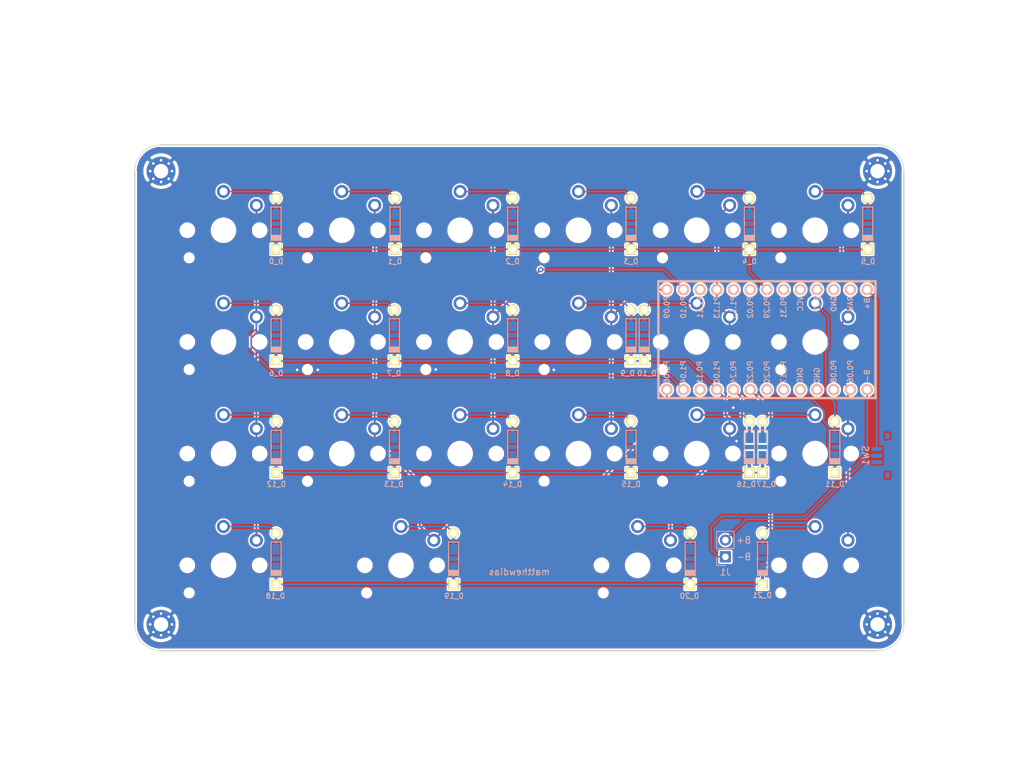
<source format=kicad_pcb>
(kicad_pcb (version 20171130) (host pcbnew "(5.1.4)-1")
  (layers (0 F.Cu signal) (31 B.Cu signal) (34 B.Paste user) (35 F.Paste user) (36 B.SilkS user) (37 F.SilkS user) (38 B.Mask user) (39 F.Mask user) (44 Edge.Cuts user))
  (net 0 "")
  (net 1 col0)
  (net 2 col1)
  (net 3 col2)
  (net 4 col3)
  (net 5 col4)
  (net 6 col5)
  (net 7 row0)
  (net 8 row1)
  (net 9 row2)
  (net 10 row3)
  (net 11 "Net-(D_0-Pad2)")
  (net 12 "Net-(D_1-Pad2)")
  (net 13 "Net-(D_2-Pad2)")
  (net 14 "Net-(D_3-Pad2)")
  (net 15 "Net-(D_4-Pad2)")
  (net 16 "Net-(D_5-Pad2)")
  (net 17 "Net-(D_6-Pad2)")
  (net 18 "Net-(D_7-Pad2)")
  (net 19 "Net-(D_8-Pad2)")
  (net 20 "Net-(D_9-Pad2)")
  (net 21 "Net-(D_10-Pad2)")
  (net 22 "Net-(D_11-Pad2)")
  (net 23 "Net-(D_12-Pad2)")
  (net 24 "Net-(D_13-Pad2)")
  (net 25 "Net-(D_14-Pad2)")
  (net 26 "Net-(D_15-Pad2)")
  (net 27 "Net-(D_16-Pad2)")
  (net 28 "Net-(D_17-Pad2)")
  (net 29 "Net-(D_18-Pad2)")
  (net 30 "Net-(D_19-Pad2)")
  (net 31 "Net-(D_20-Pad2)")
  (net 32 "Net-(D_21-Pad2)")
  (net 33 "Net-(U1-Pad24)")
  (net 34 "Net-(U1-Pad23)")
  (net 35 "Net-(U1-Pad22)")
  (net 36 "Net-(U1-Pad21)")
  (net 37 "Net-(U1-Pad20)")
  (net 38 "Net-(U1-Pad18)")
  (net 39 "Net-(U1-Pad17)")
  (net 40 "Net-(U1-Pad10)")
  (net 41 "Net-(U1-Pad6)")
  (net 42 "Net-(U1-Pad5)")
  (net 43 "Net-(U1-Pad4)")
  (net 44 "Net-(U1-Pad3)")
  (net 45 "Net-(U1-Pad15)")
  (net 46 "Net-(U1-Pad2)")
  (net 47 Earth)
  (net 48 "Net-(SW1-Pad3)")
  (net 49 "Net-(SW1-Pad1)")
  (net 50 "Net-(J1-Pad2)")
  (net 51 B-)
  (module Project-Parts:nicenano (layer B.Cu) (at 281.4 170.65 180)
    (fp_text reference U1 hide)
    (fp_text value nice!nano hide)
    (fp_text user B+ (at -16.51 5.461 90) (layer B.SilkS) (effects (font (size 0.8 0.8)) (justify mirror)))
    (fp_text user P0.06 (at -13.97 -4.841872 90) (layer B.SilkS) (effects (font (size 0.8 0.8)) (justify mirror)))
    (fp_text user P0.08 (at -11.43 -4.826 90) (layer B.SilkS) (effects (font (size 0.8 0.8)) (justify mirror)))
    (fp_text user P0.20 (at -1.27 -4.953 90) (layer B.SilkS) (effects (font (size 0.8 0.8)) (justify mirror)))
    (fp_text user P0.17 (at -3.81 -4.953 90) (layer B.SilkS) (effects (font (size 0.8 0.8)) (justify mirror)))
    (fp_text user GND (at -11.43 5.461 90) (layer B.SilkS) (effects (font (size 0.8 0.8)) (justify mirror)))
    (fp_text user GND (at -8.89 -5.461 90) (layer B.SilkS) (effects (font (size 0.8 0.8)) (justify mirror)))
    (fp_text user P0.22 (at 1.27 -4.953 90) (layer B.SilkS) (effects (font (size 0.8 0.8)) (justify mirror)))
    (fp_text user P0.24 (at 3.81 -4.953 90) (layer B.SilkS) (effects (font (size 0.8 0.8)) (justify mirror)))
    (fp_text user P1.00 (at 6.35 -4.953 90) (layer B.SilkS) (effects (font (size 0.8 0.8)) (justify mirror)))
    (fp_text user P0.11 (at 8.93 -5 270) (layer B.SilkS) (effects (font (size 0.8 0.8)) (justify mirror)))
    (fp_text user P1.04 (at 11.43 -4.953 90) (layer B.SilkS) (effects (font (size 0.8 0.8)) (justify mirror)))
    (fp_text user P1.06 (at 13.97 -4.953 90) (layer B.SilkS) (effects (font (size 0.8 0.8)) (justify mirror)))
    (fp_text user P0.09 (at 13.97 4.953 90) (layer B.SilkS) (effects (font (size 0.8 0.8)) (justify mirror)))
    (fp_text user P1.11 (at 8.89 4.953 90) (layer B.SilkS) (effects (font (size 0.8 0.8)) (justify mirror)))
    (fp_text user P1.13 (at 6.35 4.953 90) (layer B.SilkS) (effects (font (size 0.8 0.8)) (justify mirror)))
    (fp_text user P0.31 (at -3.81 4.953 90) (layer B.SilkS) (effects (font (size 0.8 0.8)) (justify mirror)))
    (fp_text user VCC (at -6.35 5.461 90) (layer B.SilkS) (effects (font (size 0.8 0.8)) (justify mirror)))
    (fp_text user RST (at -8.92 5.461 90) (layer B.SilkS) (effects (font (size 0.8 0.8)) (justify mirror)))
    (fp_text user GND (at -11.43 5.461 90) (layer B.SilkS) (effects (font (size 0.8 0.8)) (justify mirror)))
    (fp_text user RAW (at -13.97 5.461 90) (layer B.SilkS) (effects (font (size 0.8 0.8)) (justify mirror)))
    (fp_text user P0.29 (at -1.27 4.953 90) (layer B.SilkS) (effects (font (size 0.8 0.8)) (justify mirror)))
    (fp_text user P0.02 (at 1.27 4.953 90) (layer B.SilkS) (effects (font (size 0.8 0.8)) (justify mirror)))
    (fp_text user P1.15 (at 3.81 4.953 90) (layer B.SilkS) (effects (font (size 0.8 0.8)) (justify mirror)))
    (fp_text user P0.10 (at 11.43 4.953 90) (layer B.SilkS) (effects (font (size 0.8 0.8)) (justify mirror)))
    (fp_text user B- (at -16.51 -5.461 90) (layer B.SilkS) (effects (font (size 0.8 0.8)) (justify mirror)))
    (fp_text user GND (at -6.31 -5.431 90) (layer B.SilkS) (effects (font (size 0.8 0.8)) (justify mirror)))
    (pad 26 thru_hole circle (at -16.51 -7.62 180) (size 1.7526 1.7526) (drill 1.0922) (layers *.Cu *.SilkS *.Mask) (net 51 B-))
    (pad 25 thru_hole circle (at -16.51 7.62 180) (size 1.7526 1.7526) (drill 1.0922) (layers *.Cu *.SilkS *.Mask) (net 49 "Net-(SW1-Pad1)"))
    (pad 24 thru_hole circle (at -13.97 7.62 180) (size 1.7526 1.7526) (drill 1.0922) (layers *.Cu *.SilkS *.Mask) (net 33 "Net-(U1-Pad24)"))
    (pad 12 thru_hole circle (at 13.97 -7.62 180) (size 1.7526 1.7526) (drill 1.0922) (layers *.Cu *.SilkS *.Mask) (net 2 col1))
    (pad 23 thru_hole circle (at -11.43 7.62 180) (size 1.7526 1.7526) (drill 1.0922) (layers *.Cu *.SilkS *.Mask) (net 34 "Net-(U1-Pad23)"))
    (pad 22 thru_hole circle (at -8.89 7.62 180) (size 1.7526 1.7526) (drill 1.0922) (layers *.Cu *.SilkS *.Mask) (net 35 "Net-(U1-Pad22)"))
    (pad 21 thru_hole circle (at -6.35 7.62 180) (size 1.7526 1.7526) (drill 1.0922) (layers *.Cu *.SilkS *.Mask) (net 36 "Net-(U1-Pad21)"))
    (pad 20 thru_hole circle (at -3.81 7.62 180) (size 1.7526 1.7526) (drill 1.0922) (layers *.Cu *.SilkS *.Mask) (net 37 "Net-(U1-Pad20)"))
    (pad 19 thru_hole circle (at -1.27 7.62 180) (size 1.7526 1.7526) (drill 1.0922) (layers *.Cu *.SilkS *.Mask) (net 7 row0))
    (pad 18 thru_hole circle (at 1.27 7.62 180) (size 1.7526 1.7526) (drill 1.0922) (layers *.Cu *.SilkS *.Mask) (net 38 "Net-(U1-Pad18)"))
    (pad 17 thru_hole circle (at 3.81 7.62 180) (size 1.7526 1.7526) (drill 1.0922) (layers *.Cu *.SilkS *.Mask) (net 39 "Net-(U1-Pad17)"))
    (pad 16 thru_hole circle (at 6.35 7.62 180) (size 1.7526 1.7526) (drill 1.0922) (layers *.Cu *.SilkS *.Mask) (net 5 col4))
    (pad 15 thru_hole circle (at 8.89 7.62 180) (size 1.7526 1.7526) (drill 1.0922) (layers *.Cu *.SilkS *.Mask) (net 45 "Net-(U1-Pad15)"))
    (pad 14 thru_hole circle (at 11.43 7.62 180) (size 1.7526 1.7526) (drill 1.0922) (layers *.Cu *.SilkS *.Mask) (net 3 col2))
    (pad 13 thru_hole circle (at 13.97 7.62 180) (size 1.7526 1.7526) (drill 1.0922) (layers *.Cu *.SilkS *.Mask) (net 4 col3))
    (pad 11 thru_hole circle (at 11.43 -7.62 180) (size 1.7526 1.7526) (drill 1.0922) (layers *.Cu *.SilkS *.Mask) (net 1 col0))
    (pad 10 thru_hole circle (at 8.89 -7.62 180) (size 1.7526 1.7526) (drill 1.0922) (layers *.Cu *.SilkS *.Mask) (net 40 "Net-(U1-Pad10)"))
    (pad 9 thru_hole circle (at 6.35 -7.62 180) (size 1.7526 1.7526) (drill 1.0922) (layers *.Cu *.SilkS *.Mask) (net 8 row1))
    (pad 8 thru_hole circle (at 3.81 -7.62 180) (size 1.7526 1.7526) (drill 1.0922) (layers *.Cu *.SilkS *.Mask) (net 9 row2))
    (pad 7 thru_hole circle (at 1.27 -7.62 180) (size 1.7526 1.7526) (drill 1.0922) (layers *.Cu *.SilkS *.Mask) (net 10 row3))
    (pad 6 thru_hole circle (at -1.27 -7.62 180) (size 1.7526 1.7526) (drill 1.0922) (layers *.Cu *.SilkS *.Mask) (net 41 "Net-(U1-Pad6)"))
    (pad 5 thru_hole circle (at -3.81 -7.62 180) (size 1.7526 1.7526) (drill 1.0922) (layers *.Cu *.SilkS *.Mask) (net 42 "Net-(U1-Pad5)"))
    (pad 4 thru_hole circle (at -6.35 -7.62 180) (size 1.7526 1.7526) (drill 1.0922) (layers *.Cu *.SilkS *.Mask) (net 43 "Net-(U1-Pad4)"))
    (pad 3 thru_hole circle (at -8.89 -7.62 180) (size 1.7526 1.7526) (drill 1.0922) (layers *.Cu *.SilkS *.Mask) (net 44 "Net-(U1-Pad3)"))
    (pad 2 thru_hole circle (at -11.43 -7.62 180) (size 1.7526 1.7526) (drill 1.0922) (layers *.Cu *.SilkS *.Mask) (net 46 "Net-(U1-Pad2)"))
    (pad 1 thru_hole circle (at -13.97 -7.62 180) (size 1.7526 1.7526) (drill 1.0922) (layers *.Cu *.SilkS *.Mask) (net 6 col5))
  )
  (module Connector_PinHeader_2.54mm:PinHeader_1x02_P2.54mm_Vertical (layer B.Cu) (at 276.352 203.708)
    (fp_text reference J1 (at 0 2.33) (layer B.SilkS) (effects (justify mirror)))
    (fp_text value Conn_01x02)
    (pad 2 thru_hole oval (at 0 -2.54) (size 1.7 1.7) (drill 1) (layers *.Cu *.Mask) (net 50 "Net-(J1-Pad2)"))
    (pad 1 thru_hole rect (at 0 0) (size 1.7 1.7) (drill 1) (layers *.Cu *.Mask) (net 51 B-))
  )
  (module Project-Parts:SSAJ120100 (layer B.Cu) (at 301 188.3 270)
    (fp_text reference SW1 (at 0 3.31 90) (layer B.SilkS) (effects (justify mirror)))
    (fp_text value SW_SPDT)
    (pad 5 smd rect (at 3 0 270) (size 0.9 0.7) (layers B.Cu B.Paste B.Mask))
    (pad 4 smd rect (at -3 0 270) (size 0.9 0.7) (layers B.Cu B.Paste B.Mask))
    (pad 3 smd rect (at 1 1.61 270) (size 0.6 1.61) (layers B.Cu B.Paste B.Mask) (net 48 "Net-(SW1-Pad3)"))
    (pad 2 smd rect (at 0 1.61 270) (size 0.6 1.61) (layers B.Cu B.Paste B.Mask) (net 50 "Net-(J1-Pad2)"))
    (pad 1 smd rect (at -1 1.61 270) (size 0.6 1.61) (layers B.Cu B.Paste B.Mask) (net 49 "Net-(SW1-Pad1)"))
  )
  (module MountingHole:MountingHole_2.2mm_M2_Pad_Via (layer F.Cu) (at 190.5 145)
    (fp_text reference H4 hide)
    (fp_text value MountingHole_Pad)
    (pad 1 thru_hole circle (at 1.166726 -1.166726) (size 0.7 0.7) (drill 0.4) (layers *.Cu *.Mask) (net 47 Earth))
    (pad 1 thru_hole circle (at 0 -1.65) (size 0.7 0.7) (drill 0.4) (layers *.Cu *.Mask) (net 47 Earth))
    (pad 1 thru_hole circle (at -1.166726 -1.166726) (size 0.7 0.7) (drill 0.4) (layers *.Cu *.Mask) (net 47 Earth))
    (pad 1 thru_hole circle (at -1.65 0) (size 0.7 0.7) (drill 0.4) (layers *.Cu *.Mask) (net 47 Earth))
    (pad 1 thru_hole circle (at -1.166726 1.166726) (size 0.7 0.7) (drill 0.4) (layers *.Cu *.Mask) (net 47 Earth))
    (pad 1 thru_hole circle (at 0 1.65) (size 0.7 0.7) (drill 0.4) (layers *.Cu *.Mask) (net 47 Earth))
    (pad 1 thru_hole circle (at 1.166726 1.166726) (size 0.7 0.7) (drill 0.4) (layers *.Cu *.Mask) (net 47 Earth))
    (pad 1 thru_hole circle (at 1.65 0) (size 0.7 0.7) (drill 0.4) (layers *.Cu *.Mask) (net 47 Earth))
    (pad 1 thru_hole circle (at 0 0) (size 4.4 4.4) (drill 2.2) (layers *.Cu *.Mask) (net 47 Earth))
  )
  (module MountingHole:MountingHole_2.2mm_M2_Pad_Via (layer F.Cu) (at 190.5 214)
    (fp_text reference H3 hide)
    (fp_text value MountingHole_Pad)
    (pad 1 thru_hole circle (at 1.166726 -1.166726) (size 0.7 0.7) (drill 0.4) (layers *.Cu *.Mask) (net 47 Earth))
    (pad 1 thru_hole circle (at 0 -1.65) (size 0.7 0.7) (drill 0.4) (layers *.Cu *.Mask) (net 47 Earth))
    (pad 1 thru_hole circle (at -1.166726 -1.166726) (size 0.7 0.7) (drill 0.4) (layers *.Cu *.Mask) (net 47 Earth))
    (pad 1 thru_hole circle (at -1.65 0) (size 0.7 0.7) (drill 0.4) (layers *.Cu *.Mask) (net 47 Earth))
    (pad 1 thru_hole circle (at -1.166726 1.166726) (size 0.7 0.7) (drill 0.4) (layers *.Cu *.Mask) (net 47 Earth))
    (pad 1 thru_hole circle (at 0 1.65) (size 0.7 0.7) (drill 0.4) (layers *.Cu *.Mask) (net 47 Earth))
    (pad 1 thru_hole circle (at 1.166726 1.166726) (size 0.7 0.7) (drill 0.4) (layers *.Cu *.Mask) (net 47 Earth))
    (pad 1 thru_hole circle (at 1.65 0) (size 0.7 0.7) (drill 0.4) (layers *.Cu *.Mask) (net 47 Earth))
    (pad 1 thru_hole circle (at 0 0) (size 4.4 4.4) (drill 2.2) (layers *.Cu *.Mask) (net 47 Earth))
  )
  (module MountingHole:MountingHole_2.2mm_M2_Pad_Via (layer F.Cu) (at 299.5 214)
    (fp_text reference H2 hide)
    (fp_text value MountingHole_Pad)
    (pad 1 thru_hole circle (at 1.166726 -1.166726) (size 0.7 0.7) (drill 0.4) (layers *.Cu *.Mask) (net 47 Earth))
    (pad 1 thru_hole circle (at 0 -1.65) (size 0.7 0.7) (drill 0.4) (layers *.Cu *.Mask) (net 47 Earth))
    (pad 1 thru_hole circle (at -1.166726 -1.166726) (size 0.7 0.7) (drill 0.4) (layers *.Cu *.Mask) (net 47 Earth))
    (pad 1 thru_hole circle (at -1.65 0) (size 0.7 0.7) (drill 0.4) (layers *.Cu *.Mask) (net 47 Earth))
    (pad 1 thru_hole circle (at -1.166726 1.166726) (size 0.7 0.7) (drill 0.4) (layers *.Cu *.Mask) (net 47 Earth))
    (pad 1 thru_hole circle (at 0 1.65) (size 0.7 0.7) (drill 0.4) (layers *.Cu *.Mask) (net 47 Earth))
    (pad 1 thru_hole circle (at 1.166726 1.166726) (size 0.7 0.7) (drill 0.4) (layers *.Cu *.Mask) (net 47 Earth))
    (pad 1 thru_hole circle (at 1.65 0) (size 0.7 0.7) (drill 0.4) (layers *.Cu *.Mask) (net 47 Earth))
    (pad 1 thru_hole circle (at 0 0) (size 4.4 4.4) (drill 2.2) (layers *.Cu *.Mask) (net 47 Earth))
  )
  (module MountingHole:MountingHole_2.2mm_M2_Pad_Via (layer F.Cu) (at 299.5 145)
    (fp_text reference H1 hide)
    (fp_text value MountingHole_Pad)
    (pad 1 thru_hole circle (at 1.166726 -1.166726) (size 0.7 0.7) (drill 0.4) (layers *.Cu *.Mask) (net 47 Earth))
    (pad 1 thru_hole circle (at 0 -1.65) (size 0.7 0.7) (drill 0.4) (layers *.Cu *.Mask) (net 47 Earth))
    (pad 1 thru_hole circle (at -1.166726 -1.166726) (size 0.7 0.7) (drill 0.4) (layers *.Cu *.Mask) (net 47 Earth))
    (pad 1 thru_hole circle (at -1.65 0) (size 0.7 0.7) (drill 0.4) (layers *.Cu *.Mask) (net 47 Earth))
    (pad 1 thru_hole circle (at -1.166726 1.166726) (size 0.7 0.7) (drill 0.4) (layers *.Cu *.Mask) (net 47 Earth))
    (pad 1 thru_hole circle (at 0 1.65) (size 0.7 0.7) (drill 0.4) (layers *.Cu *.Mask) (net 47 Earth))
    (pad 1 thru_hole circle (at 1.166726 1.166726) (size 0.7 0.7) (drill 0.4) (layers *.Cu *.Mask) (net 47 Earth))
    (pad 1 thru_hole circle (at 1.65 0) (size 0.7 0.7) (drill 0.4) (layers *.Cu *.Mask) (net 47 Earth))
    (pad 1 thru_hole circle (at 0 0) (size 4.4 4.4) (drill 2.2) (layers *.Cu *.Mask) (net 47 Earth))
  )
  (module Kailh_Choc:KailhChoc-1U (layer F.Cu) (at 290 205)
    (fp_text reference K_21)
    (fp_text value KEYSW)
    (pad "" np_thru_hole circle (at -5.22 4.2) (size 1.2 1.2) (drill 1.2) (layers *.Cu *.Mask))
    (pad "" np_thru_hole circle (at 5.5 0 48.1) (size 1.9 1.9) (drill 1.9) (layers *.Cu *.Mask))
    (pad "" np_thru_hole circle (at -5.5 0 48.1) (size 1.9 1.9) (drill 1.9) (layers *.Cu *.Mask))
    (pad 1 thru_hole circle (at 5 -3.8) (size 2 2) (drill 1.2) (layers *.Cu B.Mask) (net 6 col5))
    (pad "" np_thru_hole circle (at 0 0) (size 3.4 3.4) (drill 3.4) (layers *.Cu *.Mask))
    (pad 2 thru_hole circle (at 0 -5.9) (size 2 2) (drill 1.2) (layers *.Cu B.Mask) (net 32 "Net-(D_21-Pad2)"))
  )
  (module Kailh_Choc:KailhChoc-1U (layer F.Cu) (at 263 205)
    (fp_text reference K_20)
    (fp_text value KEYSW)
    (pad "" np_thru_hole circle (at -5.22 4.2) (size 1.2 1.2) (drill 1.2) (layers *.Cu *.Mask))
    (pad "" np_thru_hole circle (at 5.5 0 48.1) (size 1.9 1.9) (drill 1.9) (layers *.Cu *.Mask))
    (pad "" np_thru_hole circle (at -5.5 0 48.1) (size 1.9 1.9) (drill 1.9) (layers *.Cu *.Mask))
    (pad 1 thru_hole circle (at 5 -3.8) (size 2 2) (drill 1.2) (layers *.Cu B.Mask) (net 5 col4))
    (pad "" np_thru_hole circle (at 0 0) (size 3.4 3.4) (drill 3.4) (layers *.Cu *.Mask))
    (pad 2 thru_hole circle (at 0 -5.9) (size 2 2) (drill 1.2) (layers *.Cu B.Mask) (net 31 "Net-(D_20-Pad2)"))
  )
  (module Kailh_Choc:KailhChoc-1U (layer F.Cu) (at 227 205)
    (fp_text reference K_19)
    (fp_text value KEYSW)
    (pad "" np_thru_hole circle (at -5.22 4.2) (size 1.2 1.2) (drill 1.2) (layers *.Cu *.Mask))
    (pad "" np_thru_hole circle (at 5.5 0 48.1) (size 1.9 1.9) (drill 1.9) (layers *.Cu *.Mask))
    (pad "" np_thru_hole circle (at -5.5 0 48.1) (size 1.9 1.9) (drill 1.9) (layers *.Cu *.Mask))
    (pad 1 thru_hole circle (at 5 -3.8) (size 2 2) (drill 1.2) (layers *.Cu B.Mask) (net 2 col1))
    (pad "" np_thru_hole circle (at 0 0) (size 3.4 3.4) (drill 3.4) (layers *.Cu *.Mask))
    (pad 2 thru_hole circle (at 0 -5.9) (size 2 2) (drill 1.2) (layers *.Cu B.Mask) (net 30 "Net-(D_19-Pad2)"))
  )
  (module Kailh_Choc:KailhChoc-1U (layer F.Cu) (at 200 205)
    (fp_text reference K_18)
    (fp_text value KEYSW)
    (pad "" np_thru_hole circle (at -5.22 4.2) (size 1.2 1.2) (drill 1.2) (layers *.Cu *.Mask))
    (pad "" np_thru_hole circle (at 5.5 0 48.1) (size 1.9 1.9) (drill 1.9) (layers *.Cu *.Mask))
    (pad "" np_thru_hole circle (at -5.5 0 48.1) (size 1.9 1.9) (drill 1.9) (layers *.Cu *.Mask))
    (pad 1 thru_hole circle (at 5 -3.8) (size 2 2) (drill 1.2) (layers *.Cu B.Mask) (net 1 col0))
    (pad "" np_thru_hole circle (at 0 0) (size 3.4 3.4) (drill 3.4) (layers *.Cu *.Mask))
    (pad 2 thru_hole circle (at 0 -5.9) (size 2 2) (drill 1.2) (layers *.Cu B.Mask) (net 29 "Net-(D_18-Pad2)"))
  )
  (module Kailh_Choc:KailhChoc-1U (layer F.Cu) (at 290 188)
    (fp_text reference K_17)
    (fp_text value KEYSW)
    (pad "" np_thru_hole circle (at -5.22 4.2) (size 1.2 1.2) (drill 1.2) (layers *.Cu *.Mask))
    (pad "" np_thru_hole circle (at 5.5 0 48.1) (size 1.9 1.9) (drill 1.9) (layers *.Cu *.Mask))
    (pad "" np_thru_hole circle (at -5.5 0 48.1) (size 1.9 1.9) (drill 1.9) (layers *.Cu *.Mask))
    (pad 1 thru_hole circle (at 5 -3.8) (size 2 2) (drill 1.2) (layers *.Cu B.Mask) (net 6 col5))
    (pad "" np_thru_hole circle (at 0 0) (size 3.4 3.4) (drill 3.4) (layers *.Cu *.Mask))
    (pad 2 thru_hole circle (at 0 -5.9) (size 2 2) (drill 1.2) (layers *.Cu B.Mask) (net 28 "Net-(D_17-Pad2)"))
  )
  (module Kailh_Choc:KailhChoc-1U (layer F.Cu) (at 272 188)
    (fp_text reference K_16)
    (fp_text value KEYSW)
    (pad "" np_thru_hole circle (at -5.22 4.2) (size 1.2 1.2) (drill 1.2) (layers *.Cu *.Mask))
    (pad "" np_thru_hole circle (at 5.5 0 48.1) (size 1.9 1.9) (drill 1.9) (layers *.Cu *.Mask))
    (pad "" np_thru_hole circle (at -5.5 0 48.1) (size 1.9 1.9) (drill 1.9) (layers *.Cu *.Mask))
    (pad 1 thru_hole circle (at 5 -3.8) (size 2 2) (drill 1.2) (layers *.Cu B.Mask) (net 5 col4))
    (pad "" np_thru_hole circle (at 0 0) (size 3.4 3.4) (drill 3.4) (layers *.Cu *.Mask))
    (pad 2 thru_hole circle (at 0 -5.9) (size 2 2) (drill 1.2) (layers *.Cu B.Mask) (net 27 "Net-(D_16-Pad2)"))
  )
  (module Kailh_Choc:KailhChoc-1U (layer F.Cu) (at 254 188)
    (fp_text reference K_15)
    (fp_text value KEYSW)
    (pad "" np_thru_hole circle (at -5.22 4.2) (size 1.2 1.2) (drill 1.2) (layers *.Cu *.Mask))
    (pad "" np_thru_hole circle (at 5.5 0 48.1) (size 1.9 1.9) (drill 1.9) (layers *.Cu *.Mask))
    (pad "" np_thru_hole circle (at -5.5 0 48.1) (size 1.9 1.9) (drill 1.9) (layers *.Cu *.Mask))
    (pad 1 thru_hole circle (at 5 -3.8) (size 2 2) (drill 1.2) (layers *.Cu B.Mask) (net 4 col3))
    (pad "" np_thru_hole circle (at 0 0) (size 3.4 3.4) (drill 3.4) (layers *.Cu *.Mask))
    (pad 2 thru_hole circle (at 0 -5.9) (size 2 2) (drill 1.2) (layers *.Cu B.Mask) (net 26 "Net-(D_15-Pad2)"))
  )
  (module Kailh_Choc:KailhChoc-1U (layer F.Cu) (at 236 188)
    (fp_text reference K_14)
    (fp_text value KEYSW)
    (pad "" np_thru_hole circle (at -5.22 4.2) (size 1.2 1.2) (drill 1.2) (layers *.Cu *.Mask))
    (pad "" np_thru_hole circle (at 5.5 0 48.1) (size 1.9 1.9) (drill 1.9) (layers *.Cu *.Mask))
    (pad "" np_thru_hole circle (at -5.5 0 48.1) (size 1.9 1.9) (drill 1.9) (layers *.Cu *.Mask))
    (pad 1 thru_hole circle (at 5 -3.8) (size 2 2) (drill 1.2) (layers *.Cu B.Mask) (net 3 col2))
    (pad "" np_thru_hole circle (at 0 0) (size 3.4 3.4) (drill 3.4) (layers *.Cu *.Mask))
    (pad 2 thru_hole circle (at 0 -5.9) (size 2 2) (drill 1.2) (layers *.Cu B.Mask) (net 25 "Net-(D_14-Pad2)"))
  )
  (module Kailh_Choc:KailhChoc-1U (layer F.Cu) (at 218 188)
    (fp_text reference K_13)
    (fp_text value KEYSW)
    (pad "" np_thru_hole circle (at -5.22 4.2) (size 1.2 1.2) (drill 1.2) (layers *.Cu *.Mask))
    (pad "" np_thru_hole circle (at 5.5 0 48.1) (size 1.9 1.9) (drill 1.9) (layers *.Cu *.Mask))
    (pad "" np_thru_hole circle (at -5.5 0 48.1) (size 1.9 1.9) (drill 1.9) (layers *.Cu *.Mask))
    (pad 1 thru_hole circle (at 5 -3.8) (size 2 2) (drill 1.2) (layers *.Cu B.Mask) (net 2 col1))
    (pad "" np_thru_hole circle (at 0 0) (size 3.4 3.4) (drill 3.4) (layers *.Cu *.Mask))
    (pad 2 thru_hole circle (at 0 -5.9) (size 2 2) (drill 1.2) (layers *.Cu B.Mask) (net 24 "Net-(D_13-Pad2)"))
  )
  (module Kailh_Choc:KailhChoc-1U (layer F.Cu) (at 200 188)
    (fp_text reference K_12)
    (fp_text value KEYSW)
    (pad "" np_thru_hole circle (at -5.22 4.2) (size 1.2 1.2) (drill 1.2) (layers *.Cu *.Mask))
    (pad "" np_thru_hole circle (at 5.5 0 48.1) (size 1.9 1.9) (drill 1.9) (layers *.Cu *.Mask))
    (pad "" np_thru_hole circle (at -5.5 0 48.1) (size 1.9 1.9) (drill 1.9) (layers *.Cu *.Mask))
    (pad 1 thru_hole circle (at 5 -3.8) (size 2 2) (drill 1.2) (layers *.Cu B.Mask) (net 1 col0))
    (pad "" np_thru_hole circle (at 0 0) (size 3.4 3.4) (drill 3.4) (layers *.Cu *.Mask))
    (pad 2 thru_hole circle (at 0 -5.9) (size 2 2) (drill 1.2) (layers *.Cu B.Mask) (net 23 "Net-(D_12-Pad2)"))
  )
  (module Kailh_Choc:KailhChoc-1U (layer F.Cu) (at 290 171)
    (fp_text reference K_11)
    (fp_text value KEYSW)
    (pad "" np_thru_hole circle (at -5.22 4.2) (size 1.2 1.2) (drill 1.2) (layers *.Cu *.Mask))
    (pad "" np_thru_hole circle (at 5.5 0 48.1) (size 1.9 1.9) (drill 1.9) (layers *.Cu *.Mask))
    (pad "" np_thru_hole circle (at -5.5 0 48.1) (size 1.9 1.9) (drill 1.9) (layers *.Cu *.Mask))
    (pad 1 thru_hole circle (at 5 -3.8) (size 2 2) (drill 1.2) (layers *.Cu B.Mask) (net 6 col5))
    (pad "" np_thru_hole circle (at 0 0) (size 3.4 3.4) (drill 3.4) (layers *.Cu *.Mask))
    (pad 2 thru_hole circle (at 0 -5.9) (size 2 2) (drill 1.2) (layers *.Cu B.Mask) (net 22 "Net-(D_11-Pad2)"))
  )
  (module Kailh_Choc:KailhChoc-1U (layer F.Cu) (at 272 171)
    (fp_text reference K_10)
    (fp_text value KEYSW)
    (pad "" np_thru_hole circle (at -5.22 4.2) (size 1.2 1.2) (drill 1.2) (layers *.Cu *.Mask))
    (pad "" np_thru_hole circle (at 5.5 0 48.1) (size 1.9 1.9) (drill 1.9) (layers *.Cu *.Mask))
    (pad "" np_thru_hole circle (at -5.5 0 48.1) (size 1.9 1.9) (drill 1.9) (layers *.Cu *.Mask))
    (pad 1 thru_hole circle (at 5 -3.8) (size 2 2) (drill 1.2) (layers *.Cu B.Mask) (net 5 col4))
    (pad "" np_thru_hole circle (at 0 0) (size 3.4 3.4) (drill 3.4) (layers *.Cu *.Mask))
    (pad 2 thru_hole circle (at 0 -5.9) (size 2 2) (drill 1.2) (layers *.Cu B.Mask) (net 21 "Net-(D_10-Pad2)"))
  )
  (module Kailh_Choc:KailhChoc-1U (layer F.Cu) (at 254 171)
    (fp_text reference K_9)
    (fp_text value KEYSW)
    (pad "" np_thru_hole circle (at -5.22 4.2) (size 1.2 1.2) (drill 1.2) (layers *.Cu *.Mask))
    (pad "" np_thru_hole circle (at 5.5 0 48.1) (size 1.9 1.9) (drill 1.9) (layers *.Cu *.Mask))
    (pad "" np_thru_hole circle (at -5.5 0 48.1) (size 1.9 1.9) (drill 1.9) (layers *.Cu *.Mask))
    (pad 1 thru_hole circle (at 5 -3.8) (size 2 2) (drill 1.2) (layers *.Cu B.Mask) (net 4 col3))
    (pad "" np_thru_hole circle (at 0 0) (size 3.4 3.4) (drill 3.4) (layers *.Cu *.Mask))
    (pad 2 thru_hole circle (at 0 -5.9) (size 2 2) (drill 1.2) (layers *.Cu B.Mask) (net 20 "Net-(D_9-Pad2)"))
  )
  (module Kailh_Choc:KailhChoc-1U (layer F.Cu) (at 236 171)
    (fp_text reference K_8)
    (fp_text value KEYSW)
    (pad "" np_thru_hole circle (at -5.22 4.2) (size 1.2 1.2) (drill 1.2) (layers *.Cu *.Mask))
    (pad "" np_thru_hole circle (at 5.5 0 48.1) (size 1.9 1.9) (drill 1.9) (layers *.Cu *.Mask))
    (pad "" np_thru_hole circle (at -5.5 0 48.1) (size 1.9 1.9) (drill 1.9) (layers *.Cu *.Mask))
    (pad 1 thru_hole circle (at 5 -3.8) (size 2 2) (drill 1.2) (layers *.Cu B.Mask) (net 3 col2))
    (pad "" np_thru_hole circle (at 0 0) (size 3.4 3.4) (drill 3.4) (layers *.Cu *.Mask))
    (pad 2 thru_hole circle (at 0 -5.9) (size 2 2) (drill 1.2) (layers *.Cu B.Mask) (net 19 "Net-(D_8-Pad2)"))
  )
  (module Kailh_Choc:KailhChoc-1U (layer F.Cu) (at 218 171)
    (fp_text reference K_7)
    (fp_text value KEYSW)
    (pad "" np_thru_hole circle (at -5.22 4.2) (size 1.2 1.2) (drill 1.2) (layers *.Cu *.Mask))
    (pad "" np_thru_hole circle (at 5.5 0 48.1) (size 1.9 1.9) (drill 1.9) (layers *.Cu *.Mask))
    (pad "" np_thru_hole circle (at -5.5 0 48.1) (size 1.9 1.9) (drill 1.9) (layers *.Cu *.Mask))
    (pad 1 thru_hole circle (at 5 -3.8) (size 2 2) (drill 1.2) (layers *.Cu B.Mask) (net 2 col1))
    (pad "" np_thru_hole circle (at 0 0) (size 3.4 3.4) (drill 3.4) (layers *.Cu *.Mask))
    (pad 2 thru_hole circle (at 0 -5.9) (size 2 2) (drill 1.2) (layers *.Cu B.Mask) (net 18 "Net-(D_7-Pad2)"))
  )
  (module Kailh_Choc:KailhChoc-1U (layer F.Cu) (at 200 171)
    (fp_text reference K_6)
    (fp_text value KEYSW)
    (pad "" np_thru_hole circle (at -5.22 4.2) (size 1.2 1.2) (drill 1.2) (layers *.Cu *.Mask))
    (pad "" np_thru_hole circle (at 5.5 0 48.1) (size 1.9 1.9) (drill 1.9) (layers *.Cu *.Mask))
    (pad "" np_thru_hole circle (at -5.5 0 48.1) (size 1.9 1.9) (drill 1.9) (layers *.Cu *.Mask))
    (pad 1 thru_hole circle (at 5 -3.8) (size 2 2) (drill 1.2) (layers *.Cu B.Mask) (net 1 col0))
    (pad "" np_thru_hole circle (at 0 0) (size 3.4 3.4) (drill 3.4) (layers *.Cu *.Mask))
    (pad 2 thru_hole circle (at 0 -5.9) (size 2 2) (drill 1.2) (layers *.Cu B.Mask) (net 17 "Net-(D_6-Pad2)"))
  )
  (module Kailh_Choc:KailhChoc-1U (layer F.Cu) (at 290 154)
    (fp_text reference K_5)
    (fp_text value KEYSW)
    (pad "" np_thru_hole circle (at -5.22 4.2) (size 1.2 1.2) (drill 1.2) (layers *.Cu *.Mask))
    (pad "" np_thru_hole circle (at 5.5 0 48.1) (size 1.9 1.9) (drill 1.9) (layers *.Cu *.Mask))
    (pad "" np_thru_hole circle (at -5.5 0 48.1) (size 1.9 1.9) (drill 1.9) (layers *.Cu *.Mask))
    (pad 1 thru_hole circle (at 5 -3.8) (size 2 2) (drill 1.2) (layers *.Cu B.Mask) (net 6 col5))
    (pad "" np_thru_hole circle (at 0 0) (size 3.4 3.4) (drill 3.4) (layers *.Cu *.Mask))
    (pad 2 thru_hole circle (at 0 -5.9) (size 2 2) (drill 1.2) (layers *.Cu B.Mask) (net 16 "Net-(D_5-Pad2)"))
  )
  (module Kailh_Choc:KailhChoc-1U (layer F.Cu) (at 272 154)
    (fp_text reference K_4)
    (fp_text value KEYSW)
    (pad "" np_thru_hole circle (at -5.22 4.2) (size 1.2 1.2) (drill 1.2) (layers *.Cu *.Mask))
    (pad "" np_thru_hole circle (at 5.5 0 48.1) (size 1.9 1.9) (drill 1.9) (layers *.Cu *.Mask))
    (pad "" np_thru_hole circle (at -5.5 0 48.1) (size 1.9 1.9) (drill 1.9) (layers *.Cu *.Mask))
    (pad 1 thru_hole circle (at 5 -3.8) (size 2 2) (drill 1.2) (layers *.Cu B.Mask) (net 5 col4))
    (pad "" np_thru_hole circle (at 0 0) (size 3.4 3.4) (drill 3.4) (layers *.Cu *.Mask))
    (pad 2 thru_hole circle (at 0 -5.9) (size 2 2) (drill 1.2) (layers *.Cu B.Mask) (net 15 "Net-(D_4-Pad2)"))
  )
  (module Kailh_Choc:KailhChoc-1U (layer F.Cu) (at 254 154)
    (fp_text reference K_3)
    (fp_text value KEYSW)
    (pad "" np_thru_hole circle (at -5.22 4.2) (size 1.2 1.2) (drill 1.2) (layers *.Cu *.Mask))
    (pad "" np_thru_hole circle (at 5.5 0 48.1) (size 1.9 1.9) (drill 1.9) (layers *.Cu *.Mask))
    (pad "" np_thru_hole circle (at -5.5 0 48.1) (size 1.9 1.9) (drill 1.9) (layers *.Cu *.Mask))
    (pad 1 thru_hole circle (at 5 -3.8) (size 2 2) (drill 1.2) (layers *.Cu B.Mask) (net 4 col3))
    (pad "" np_thru_hole circle (at 0 0) (size 3.4 3.4) (drill 3.4) (layers *.Cu *.Mask))
    (pad 2 thru_hole circle (at 0 -5.9) (size 2 2) (drill 1.2) (layers *.Cu B.Mask) (net 14 "Net-(D_3-Pad2)"))
  )
  (module Kailh_Choc:KailhChoc-1U (layer F.Cu) (at 236 154)
    (fp_text reference K_2)
    (fp_text value KEYSW)
    (pad "" np_thru_hole circle (at -5.22 4.2) (size 1.2 1.2) (drill 1.2) (layers *.Cu *.Mask))
    (pad "" np_thru_hole circle (at 5.5 0 48.1) (size 1.9 1.9) (drill 1.9) (layers *.Cu *.Mask))
    (pad "" np_thru_hole circle (at -5.5 0 48.1) (size 1.9 1.9) (drill 1.9) (layers *.Cu *.Mask))
    (pad 1 thru_hole circle (at 5 -3.8) (size 2 2) (drill 1.2) (layers *.Cu B.Mask) (net 3 col2))
    (pad "" np_thru_hole circle (at 0 0) (size 3.4 3.4) (drill 3.4) (layers *.Cu *.Mask))
    (pad 2 thru_hole circle (at 0 -5.9) (size 2 2) (drill 1.2) (layers *.Cu B.Mask) (net 13 "Net-(D_2-Pad2)"))
  )
  (module Kailh_Choc:KailhChoc-1U (layer F.Cu) (at 218 154)
    (fp_text reference K_1)
    (fp_text value KEYSW)
    (pad "" np_thru_hole circle (at -5.22 4.2) (size 1.2 1.2) (drill 1.2) (layers *.Cu *.Mask))
    (pad "" np_thru_hole circle (at 5.5 0 48.1) (size 1.9 1.9) (drill 1.9) (layers *.Cu *.Mask))
    (pad "" np_thru_hole circle (at -5.5 0 48.1) (size 1.9 1.9) (drill 1.9) (layers *.Cu *.Mask))
    (pad 1 thru_hole circle (at 5 -3.8) (size 2 2) (drill 1.2) (layers *.Cu B.Mask) (net 2 col1))
    (pad "" np_thru_hole circle (at 0 0) (size 3.4 3.4) (drill 3.4) (layers *.Cu *.Mask))
    (pad 2 thru_hole circle (at 0 -5.9) (size 2 2) (drill 1.2) (layers *.Cu B.Mask) (net 12 "Net-(D_1-Pad2)"))
  )
  (module Kailh_Choc:KailhChoc-1U (layer F.Cu) (at 200 154)
    (fp_text reference K_0)
    (fp_text value KEYSW)
    (pad "" np_thru_hole circle (at -5.22 4.2) (size 1.2 1.2) (drill 1.2) (layers *.Cu *.Mask))
    (pad "" np_thru_hole circle (at 5.5 0 48.1) (size 1.9 1.9) (drill 1.9) (layers *.Cu *.Mask))
    (pad "" np_thru_hole circle (at -5.5 0 48.1) (size 1.9 1.9) (drill 1.9) (layers *.Cu *.Mask))
    (pad 1 thru_hole circle (at 5 -3.8) (size 2 2) (drill 1.2) (layers *.Cu B.Mask) (net 1 col0))
    (pad "" np_thru_hole circle (at 0 0) (size 3.4 3.4) (drill 3.4) (layers *.Cu *.Mask))
    (pad 2 thru_hole circle (at 0 -5.9) (size 2 2) (drill 1.2) (layers *.Cu B.Mask) (net 11 "Net-(D_0-Pad2)"))
  )
  (module Keebio-Parts:Diode-Hybrid-Back (layer F.Cu) (at 282 204 270)
    (fp_text reference D_21 (at 5.55 0.06) (layer B.SilkS) (effects (font (size 0.8 0.8)) (justify mirror)))
    (fp_text value D hide)
    (pad 1 thru_hole rect (at 3.9 0 270) (size 1.6 1.6) (drill 1) (layers *.Cu *.Mask F.SilkS) (net 10 row3))
    (pad 2 thru_hole circle (at -3.9 0 270) (size 1.6 1.6) (drill 1) (layers *.Cu *.Mask F.SilkS) (net 32 "Net-(D_21-Pad2)"))
    (pad 1 smd rect (at 2.5 0 270) (size 2.9 0.5) (layers B.Cu) (net 10 row3))
    (pad 1 smd rect (at 1.4 0 270) (size 1.6 1.2) (layers B.Cu B.Paste B.Mask) (net 10 row3))
    (pad 2 smd rect (at -1.4 0 270) (size 1.6 1.2) (layers B.Cu B.Paste B.Mask) (net 32 "Net-(D_21-Pad2)"))
    (pad 2 smd rect (at -2.5 0 270) (size 2.9 0.5) (layers B.Cu) (net 32 "Net-(D_21-Pad2)"))
  )
  (module Keebio-Parts:Diode-Hybrid-Back (layer F.Cu) (at 271 204 270)
    (fp_text reference D_20 (at 5.677 0.109) (layer B.SilkS) (effects (font (size 0.8 0.8)) (justify mirror)))
    (fp_text value D hide)
    (pad 1 thru_hole rect (at 3.9 0 270) (size 1.6 1.6) (drill 1) (layers *.Cu *.Mask F.SilkS) (net 10 row3))
    (pad 2 thru_hole circle (at -3.9 0 270) (size 1.6 1.6) (drill 1) (layers *.Cu *.Mask F.SilkS) (net 31 "Net-(D_20-Pad2)"))
    (pad 1 smd rect (at 2.5 0 270) (size 2.9 0.5) (layers B.Cu) (net 10 row3))
    (pad 1 smd rect (at 1.4 0 270) (size 1.6 1.2) (layers B.Cu B.Paste B.Mask) (net 10 row3))
    (pad 2 smd rect (at -1.4 0 270) (size 1.6 1.2) (layers B.Cu B.Paste B.Mask) (net 31 "Net-(D_20-Pad2)"))
    (pad 2 smd rect (at -2.5 0 270) (size 2.9 0.5) (layers B.Cu) (net 31 "Net-(D_20-Pad2)"))
  )
  (module Keebio-Parts:Diode-Hybrid-Back (layer F.Cu) (at 235 204 270)
    (fp_text reference D_19 (at 5.677 -0.077) (layer B.SilkS) (effects (font (size 0.8 0.8)) (justify mirror)))
    (fp_text value D hide)
    (pad 1 thru_hole rect (at 3.9 0 270) (size 1.6 1.6) (drill 1) (layers *.Cu *.Mask F.SilkS) (net 10 row3))
    (pad 2 thru_hole circle (at -3.9 0 270) (size 1.6 1.6) (drill 1) (layers *.Cu *.Mask F.SilkS) (net 30 "Net-(D_19-Pad2)"))
    (pad 1 smd rect (at 2.5 0 270) (size 2.9 0.5) (layers B.Cu) (net 10 row3))
    (pad 1 smd rect (at 1.4 0 270) (size 1.6 1.2) (layers B.Cu B.Paste B.Mask) (net 10 row3))
    (pad 2 smd rect (at -1.4 0 270) (size 1.6 1.2) (layers B.Cu B.Paste B.Mask) (net 30 "Net-(D_19-Pad2)"))
    (pad 2 smd rect (at -2.5 0 270) (size 2.9 0.5) (layers B.Cu) (net 30 "Net-(D_19-Pad2)"))
  )
  (module Keebio-Parts:Diode-Hybrid-Back (layer F.Cu) (at 208 204 270)
    (fp_text reference D_18 (at 5.677 0.101) (layer B.SilkS) (effects (font (size 0.8 0.8)) (justify mirror)))
    (fp_text value D hide)
    (pad 1 thru_hole rect (at 3.9 0 270) (size 1.6 1.6) (drill 1) (layers *.Cu *.Mask F.SilkS) (net 10 row3))
    (pad 2 thru_hole circle (at -3.9 0 270) (size 1.6 1.6) (drill 1) (layers *.Cu *.Mask F.SilkS) (net 29 "Net-(D_18-Pad2)"))
    (pad 1 smd rect (at 2.5 0 270) (size 2.9 0.5) (layers B.Cu) (net 10 row3))
    (pad 1 smd rect (at 1.4 0 270) (size 1.6 1.2) (layers B.Cu B.Paste B.Mask) (net 10 row3))
    (pad 2 smd rect (at -1.4 0 270) (size 1.6 1.2) (layers B.Cu B.Paste B.Mask) (net 29 "Net-(D_18-Pad2)"))
    (pad 2 smd rect (at -2.5 0 270) (size 2.9 0.5) (layers B.Cu) (net 29 "Net-(D_18-Pad2)"))
  )
  (module Keebio-Parts:Diode-Hybrid-Back (layer F.Cu) (at 282 187 270)
    (fp_text reference D_17 (at 5.659 -0.575) (layer B.SilkS) (effects (font (size 0.8 0.8)) (justify mirror)))
    (fp_text value D hide)
    (pad 1 thru_hole rect (at 3.9 0 270) (size 1.6 1.6) (drill 1) (layers *.Cu *.Mask F.SilkS) (net 9 row2))
    (pad 2 thru_hole circle (at -3.9 0 270) (size 1.6 1.6) (drill 1) (layers *.Cu *.Mask F.SilkS) (net 28 "Net-(D_17-Pad2)"))
    (pad 1 smd rect (at 2.5 0 270) (size 2.9 0.5) (layers B.Cu) (net 9 row2))
    (pad 1 smd rect (at 1.4 0 270) (size 1.6 1.2) (layers B.Cu B.Paste B.Mask) (net 9 row2))
    (pad 2 smd rect (at -1.4 0 270) (size 1.6 1.2) (layers B.Cu B.Paste B.Mask) (net 28 "Net-(D_17-Pad2)"))
    (pad 2 smd rect (at -2.5 0 270) (size 2.9 0.5) (layers B.Cu) (net 28 "Net-(D_17-Pad2)"))
  )
  (module Keebio-Parts:Diode-Hybrid-Back (layer F.Cu) (at 280 187 270)
    (fp_text reference D_16 (at 5.659 0.473) (layer B.SilkS) (effects (font (size 0.8 0.8)) (justify mirror)))
    (fp_text value D hide)
    (pad 1 thru_hole rect (at 3.9 0 270) (size 1.6 1.6) (drill 1) (layers *.Cu *.Mask F.SilkS) (net 9 row2))
    (pad 2 thru_hole circle (at -3.9 0 270) (size 1.6 1.6) (drill 1) (layers *.Cu *.Mask F.SilkS) (net 27 "Net-(D_16-Pad2)"))
    (pad 1 smd rect (at 2.5 0 270) (size 2.9 0.5) (layers B.Cu) (net 9 row2))
    (pad 1 smd rect (at 1.4 0 270) (size 1.6 1.2) (layers B.Cu B.Paste B.Mask) (net 9 row2))
    (pad 2 smd rect (at -1.4 0 270) (size 1.6 1.2) (layers B.Cu B.Paste B.Mask) (net 27 "Net-(D_16-Pad2)"))
    (pad 2 smd rect (at -2.5 0 270) (size 2.9 0.5) (layers B.Cu) (net 27 "Net-(D_16-Pad2)"))
  )
  (module Keebio-Parts:Diode-Hybrid-Back (layer F.Cu) (at 262 187 270)
    (fp_text reference D_15 (at 5.659 -0.001) (layer B.SilkS) (effects (font (size 0.8 0.8)) (justify mirror)))
    (fp_text value D hide)
    (pad 1 thru_hole rect (at 3.9 0 270) (size 1.6 1.6) (drill 1) (layers *.Cu *.Mask F.SilkS) (net 9 row2))
    (pad 2 thru_hole circle (at -3.9 0 270) (size 1.6 1.6) (drill 1) (layers *.Cu *.Mask F.SilkS) (net 26 "Net-(D_15-Pad2)"))
    (pad 1 smd rect (at 2.5 0 270) (size 2.9 0.5) (layers B.Cu) (net 9 row2))
    (pad 1 smd rect (at 1.4 0 270) (size 1.6 1.2) (layers B.Cu B.Paste B.Mask) (net 9 row2))
    (pad 2 smd rect (at -1.4 0 270) (size 1.6 1.2) (layers B.Cu B.Paste B.Mask) (net 26 "Net-(D_15-Pad2)"))
    (pad 2 smd rect (at -2.5 0 270) (size 2.9 0.5) (layers B.Cu) (net 26 "Net-(D_15-Pad2)"))
  )
  (module Keebio-Parts:Diode-Hybrid-Back (layer F.Cu) (at 244 187 270)
    (fp_text reference D_14 (at 5.659 0.033) (layer B.SilkS) (effects (font (size 0.8 0.8)) (justify mirror)))
    (fp_text value D hide)
    (pad 1 thru_hole rect (at 3.9 0 270) (size 1.6 1.6) (drill 1) (layers *.Cu *.Mask F.SilkS) (net 9 row2))
    (pad 2 thru_hole circle (at -3.9 0 270) (size 1.6 1.6) (drill 1) (layers *.Cu *.Mask F.SilkS) (net 25 "Net-(D_14-Pad2)"))
    (pad 1 smd rect (at 2.5 0 270) (size 2.9 0.5) (layers B.Cu) (net 9 row2))
    (pad 1 smd rect (at 1.4 0 270) (size 1.6 1.2) (layers B.Cu B.Paste B.Mask) (net 9 row2))
    (pad 2 smd rect (at -1.4 0 270) (size 1.6 1.2) (layers B.Cu B.Paste B.Mask) (net 25 "Net-(D_14-Pad2)"))
    (pad 2 smd rect (at -2.5 0 270) (size 2.9 0.5) (layers B.Cu) (net 25 "Net-(D_14-Pad2)"))
  )
  (module Keebio-Parts:Diode-Hybrid-Back (layer F.Cu) (at 226 187 270)
    (fp_text reference D_13 (at 5.659 0.067) (layer B.SilkS) (effects (font (size 0.8 0.8)) (justify mirror)))
    (fp_text value D hide)
    (pad 1 thru_hole rect (at 3.9 0 270) (size 1.6 1.6) (drill 1) (layers *.Cu *.Mask F.SilkS) (net 9 row2))
    (pad 2 thru_hole circle (at -3.9 0 270) (size 1.6 1.6) (drill 1) (layers *.Cu *.Mask F.SilkS) (net 24 "Net-(D_13-Pad2)"))
    (pad 1 smd rect (at 2.5 0 270) (size 2.9 0.5) (layers B.Cu) (net 9 row2))
    (pad 1 smd rect (at 1.4 0 270) (size 1.6 1.2) (layers B.Cu B.Paste B.Mask) (net 9 row2))
    (pad 2 smd rect (at -1.4 0 270) (size 1.6 1.2) (layers B.Cu B.Paste B.Mask) (net 24 "Net-(D_13-Pad2)"))
    (pad 2 smd rect (at -2.5 0 270) (size 2.9 0.5) (layers B.Cu) (net 24 "Net-(D_13-Pad2)"))
  )
  (module Keebio-Parts:Diode-Hybrid-Back (layer F.Cu) (at 208 187 270)
    (fp_text reference D_12 (at 5.659 -0.026) (layer B.SilkS) (effects (font (size 0.8 0.8)) (justify mirror)))
    (fp_text value D hide)
    (pad 1 thru_hole rect (at 3.9 0 270) (size 1.6 1.6) (drill 1) (layers *.Cu *.Mask F.SilkS) (net 9 row2))
    (pad 2 thru_hole circle (at -3.9 0 270) (size 1.6 1.6) (drill 1) (layers *.Cu *.Mask F.SilkS) (net 23 "Net-(D_12-Pad2)"))
    (pad 1 smd rect (at 2.5 0 270) (size 2.9 0.5) (layers B.Cu) (net 9 row2))
    (pad 1 smd rect (at 1.4 0 270) (size 1.6 1.2) (layers B.Cu B.Paste B.Mask) (net 9 row2))
    (pad 2 smd rect (at -1.4 0 270) (size 1.6 1.2) (layers B.Cu B.Paste B.Mask) (net 23 "Net-(D_12-Pad2)"))
    (pad 2 smd rect (at -2.5 0 270) (size 2.9 0.5) (layers B.Cu) (net 23 "Net-(D_12-Pad2)"))
  )
  (module Keebio-Parts:Diode-Hybrid-Back (layer F.Cu) (at 293 187 270)
    (fp_text reference D_11 (at 5.659 0.011) (layer B.SilkS) (effects (font (size 0.8 0.8)) (justify mirror)))
    (fp_text value D hide)
    (pad 1 thru_hole rect (at 3.9 0 270) (size 1.6 1.6) (drill 1) (layers *.Cu *.Mask F.SilkS) (net 8 row1))
    (pad 2 thru_hole circle (at -3.9 0 270) (size 1.6 1.6) (drill 1) (layers *.Cu *.Mask F.SilkS) (net 22 "Net-(D_11-Pad2)"))
    (pad 1 smd rect (at 2.5 0 270) (size 2.9 0.5) (layers B.Cu) (net 8 row1))
    (pad 1 smd rect (at 1.4 0 270) (size 1.6 1.2) (layers B.Cu B.Paste B.Mask) (net 8 row1))
    (pad 2 smd rect (at -1.4 0 270) (size 1.6 1.2) (layers B.Cu B.Paste B.Mask) (net 22 "Net-(D_11-Pad2)"))
    (pad 2 smd rect (at -2.5 0 270) (size 2.9 0.5) (layers B.Cu) (net 22 "Net-(D_11-Pad2)"))
  )
  (module Keebio-Parts:Diode-Hybrid-Back (layer F.Cu) (at 264 170 270)
    (fp_text reference D_10 (at 5.768 -0.414) (layer B.SilkS) (effects (font (size 0.8 0.8)) (justify mirror)))
    (fp_text value D hide)
    (pad 1 thru_hole rect (at 3.9 0 270) (size 1.6 1.6) (drill 1) (layers *.Cu *.Mask F.SilkS) (net 8 row1))
    (pad 2 thru_hole circle (at -3.9 0 270) (size 1.6 1.6) (drill 1) (layers *.Cu *.Mask F.SilkS) (net 21 "Net-(D_10-Pad2)"))
    (pad 1 smd rect (at 2.5 0 270) (size 2.9 0.5) (layers B.Cu) (net 8 row1))
    (pad 1 smd rect (at 1.4 0 270) (size 1.6 1.2) (layers B.Cu B.Paste B.Mask) (net 8 row1))
    (pad 2 smd rect (at -1.4 0 270) (size 1.6 1.2) (layers B.Cu B.Paste B.Mask) (net 21 "Net-(D_10-Pad2)"))
    (pad 2 smd rect (at -2.5 0 270) (size 2.9 0.5) (layers B.Cu) (net 21 "Net-(D_10-Pad2)"))
  )
  (module Keebio-Parts:Diode-Hybrid-Back (layer F.Cu) (at 262 170 270)
    (fp_text reference D_9 (at 5.768 0.507) (layer B.SilkS) (effects (font (size 0.8 0.8)) (justify mirror)))
    (fp_text value D hide)
    (pad 1 thru_hole rect (at 3.9 0 270) (size 1.6 1.6) (drill 1) (layers *.Cu *.Mask F.SilkS) (net 8 row1))
    (pad 2 thru_hole circle (at -3.9 0 270) (size 1.6 1.6) (drill 1) (layers *.Cu *.Mask F.SilkS) (net 20 "Net-(D_9-Pad2)"))
    (pad 1 smd rect (at 2.5 0 270) (size 2.9 0.5) (layers B.Cu) (net 8 row1))
    (pad 1 smd rect (at 1.4 0 270) (size 1.6 1.2) (layers B.Cu B.Paste B.Mask) (net 8 row1))
    (pad 2 smd rect (at -1.4 0 270) (size 1.6 1.2) (layers B.Cu B.Paste B.Mask) (net 20 "Net-(D_9-Pad2)"))
    (pad 2 smd rect (at -2.5 0 270) (size 2.9 0.5) (layers B.Cu) (net 20 "Net-(D_9-Pad2)"))
  )
  (module Keebio-Parts:Diode-Hybrid-Back (layer F.Cu) (at 244 170 270)
    (fp_text reference D_8 (at 5.768 0.033) (layer B.SilkS) (effects (font (size 0.8 0.8)) (justify mirror)))
    (fp_text value D hide)
    (pad 1 thru_hole rect (at 3.9 0 270) (size 1.6 1.6) (drill 1) (layers *.Cu *.Mask F.SilkS) (net 8 row1))
    (pad 2 thru_hole circle (at -3.9 0 270) (size 1.6 1.6) (drill 1) (layers *.Cu *.Mask F.SilkS) (net 19 "Net-(D_8-Pad2)"))
    (pad 1 smd rect (at 2.5 0 270) (size 2.9 0.5) (layers B.Cu) (net 8 row1))
    (pad 1 smd rect (at 1.4 0 270) (size 1.6 1.2) (layers B.Cu B.Paste B.Mask) (net 8 row1))
    (pad 2 smd rect (at -1.4 0 270) (size 1.6 1.2) (layers B.Cu B.Paste B.Mask) (net 19 "Net-(D_8-Pad2)"))
    (pad 2 smd rect (at -2.5 0 270) (size 2.9 0.5) (layers B.Cu) (net 19 "Net-(D_8-Pad2)"))
  )
  (module Keebio-Parts:Diode-Hybrid-Back (layer F.Cu) (at 226 170 270)
    (fp_text reference D_7 (at 5.768 0.067) (layer B.SilkS) (effects (font (size 0.8 0.8)) (justify mirror)))
    (fp_text value D hide)
    (pad 1 thru_hole rect (at 3.9 0 270) (size 1.6 1.6) (drill 1) (layers *.Cu *.Mask F.SilkS) (net 8 row1))
    (pad 2 thru_hole circle (at -3.9 0 270) (size 1.6 1.6) (drill 1) (layers *.Cu *.Mask F.SilkS) (net 18 "Net-(D_7-Pad2)"))
    (pad 1 smd rect (at 2.5 0 270) (size 2.9 0.5) (layers B.Cu) (net 8 row1))
    (pad 1 smd rect (at 1.4 0 270) (size 1.6 1.2) (layers B.Cu B.Paste B.Mask) (net 8 row1))
    (pad 2 smd rect (at -1.4 0 270) (size 1.6 1.2) (layers B.Cu B.Paste B.Mask) (net 18 "Net-(D_7-Pad2)"))
    (pad 2 smd rect (at -2.5 0 270) (size 2.9 0.5) (layers B.Cu) (net 18 "Net-(D_7-Pad2)"))
  )
  (module Keebio-Parts:Diode-Hybrid-Back (layer F.Cu) (at 208 170 270)
    (fp_text reference D_6 (at 5.768 -0.026) (layer B.SilkS) (effects (font (size 0.8 0.8)) (justify mirror)))
    (fp_text value D hide)
    (pad 1 thru_hole rect (at 3.9 0 270) (size 1.6 1.6) (drill 1) (layers *.Cu *.Mask F.SilkS) (net 8 row1))
    (pad 2 thru_hole circle (at -3.9 0 270) (size 1.6 1.6) (drill 1) (layers *.Cu *.Mask F.SilkS) (net 17 "Net-(D_6-Pad2)"))
    (pad 1 smd rect (at 2.5 0 270) (size 2.9 0.5) (layers B.Cu) (net 8 row1))
    (pad 1 smd rect (at 1.4 0 270) (size 1.6 1.2) (layers B.Cu B.Paste B.Mask) (net 8 row1))
    (pad 2 smd rect (at -1.4 0 270) (size 1.6 1.2) (layers B.Cu B.Paste B.Mask) (net 17 "Net-(D_6-Pad2)"))
    (pad 2 smd rect (at -2.5 0 270) (size 2.9 0.5) (layers B.Cu) (net 17 "Net-(D_6-Pad2)"))
  )
  (module Keebio-Parts:Diode-Hybrid-Back (layer F.Cu) (at 298 153 270)
    (fp_text reference D_5 (at 5.75 -0.069) (layer B.SilkS) (effects (font (size 0.8 0.8)) (justify mirror)))
    (fp_text value D hide)
    (pad 1 thru_hole rect (at 3.9 0 270) (size 1.6 1.6) (drill 1) (layers *.Cu *.Mask F.SilkS) (net 7 row0))
    (pad 2 thru_hole circle (at -3.9 0 270) (size 1.6 1.6) (drill 1) (layers *.Cu *.Mask F.SilkS) (net 16 "Net-(D_5-Pad2)"))
    (pad 1 smd rect (at 2.5 0 270) (size 2.9 0.5) (layers B.Cu) (net 7 row0))
    (pad 1 smd rect (at 1.4 0 270) (size 1.6 1.2) (layers B.Cu B.Paste B.Mask) (net 7 row0))
    (pad 2 smd rect (at -1.4 0 270) (size 1.6 1.2) (layers B.Cu B.Paste B.Mask) (net 16 "Net-(D_5-Pad2)"))
    (pad 2 smd rect (at -2.5 0 270) (size 2.9 0.5) (layers B.Cu) (net 16 "Net-(D_5-Pad2)"))
  )
  (module Keebio-Parts:Diode-Hybrid-Back (layer F.Cu) (at 280 153 270)
    (fp_text reference D_4 (at 5.75 -0.035) (layer B.SilkS) (effects (font (size 0.8 0.8)) (justify mirror)))
    (fp_text value D hide)
    (pad 1 thru_hole rect (at 3.9 0 270) (size 1.6 1.6) (drill 1) (layers *.Cu *.Mask F.SilkS) (net 7 row0))
    (pad 2 thru_hole circle (at -3.9 0 270) (size 1.6 1.6) (drill 1) (layers *.Cu *.Mask F.SilkS) (net 15 "Net-(D_4-Pad2)"))
    (pad 1 smd rect (at 2.5 0 270) (size 2.9 0.5) (layers B.Cu) (net 7 row0))
    (pad 1 smd rect (at 1.4 0 270) (size 1.6 1.2) (layers B.Cu B.Paste B.Mask) (net 7 row0))
    (pad 2 smd rect (at -1.4 0 270) (size 1.6 1.2) (layers B.Cu B.Paste B.Mask) (net 15 "Net-(D_4-Pad2)"))
    (pad 2 smd rect (at -2.5 0 270) (size 2.9 0.5) (layers B.Cu) (net 15 "Net-(D_4-Pad2)"))
  )
  (module Keebio-Parts:Diode-Hybrid-Back (layer F.Cu) (at 262 153 270)
    (fp_text reference D_3 (at 5.75 -0.001) (layer B.SilkS) (effects (font (size 0.8 0.8)) (justify mirror)))
    (fp_text value D hide)
    (pad 1 thru_hole rect (at 3.9 0 270) (size 1.6 1.6) (drill 1) (layers *.Cu *.Mask F.SilkS) (net 7 row0))
    (pad 2 thru_hole circle (at -3.9 0 270) (size 1.6 1.6) (drill 1) (layers *.Cu *.Mask F.SilkS) (net 14 "Net-(D_3-Pad2)"))
    (pad 1 smd rect (at 2.5 0 270) (size 2.9 0.5) (layers B.Cu) (net 7 row0))
    (pad 1 smd rect (at 1.4 0 270) (size 1.6 1.2) (layers B.Cu B.Paste B.Mask) (net 7 row0))
    (pad 2 smd rect (at -1.4 0 270) (size 1.6 1.2) (layers B.Cu B.Paste B.Mask) (net 14 "Net-(D_3-Pad2)"))
    (pad 2 smd rect (at -2.5 0 270) (size 2.9 0.5) (layers B.Cu) (net 14 "Net-(D_3-Pad2)"))
  )
  (module Keebio-Parts:Diode-Hybrid-Back (layer F.Cu) (at 244 153 270)
    (fp_text reference D_2 (at 5.75 0.033) (layer B.SilkS) (effects (font (size 0.8 0.8)) (justify mirror)))
    (fp_text value D hide)
    (pad 1 thru_hole rect (at 3.9 0 270) (size 1.6 1.6) (drill 1) (layers *.Cu *.Mask F.SilkS) (net 7 row0))
    (pad 2 thru_hole circle (at -3.9 0 270) (size 1.6 1.6) (drill 1) (layers *.Cu *.Mask F.SilkS) (net 13 "Net-(D_2-Pad2)"))
    (pad 1 smd rect (at 2.5 0 270) (size 2.9 0.5) (layers B.Cu) (net 7 row0))
    (pad 1 smd rect (at 1.4 0 270) (size 1.6 1.2) (layers B.Cu B.Paste B.Mask) (net 7 row0))
    (pad 2 smd rect (at -1.4 0 270) (size 1.6 1.2) (layers B.Cu B.Paste B.Mask) (net 13 "Net-(D_2-Pad2)"))
    (pad 2 smd rect (at -2.5 0 270) (size 2.9 0.5) (layers B.Cu) (net 13 "Net-(D_2-Pad2)"))
  )
  (module Keebio-Parts:Diode-Hybrid-Back (layer F.Cu) (at 226.1 153 270)
    (fp_text reference D_1 (at 5.75 0.04) (layer B.SilkS) (effects (font (size 0.8 0.8)) (justify mirror)))
    (fp_text value D hide)
    (pad 1 thru_hole rect (at 3.9 0 270) (size 1.6 1.6) (drill 1) (layers *.Cu *.Mask F.SilkS) (net 7 row0))
    (pad 2 thru_hole circle (at -3.9 0 270) (size 1.6 1.6) (drill 1) (layers *.Cu *.Mask F.SilkS) (net 12 "Net-(D_1-Pad2)"))
    (pad 1 smd rect (at 2.5 0 270) (size 2.9 0.5) (layers B.Cu) (net 7 row0))
    (pad 1 smd rect (at 1.4 0 270) (size 1.6 1.2) (layers B.Cu B.Paste B.Mask) (net 7 row0))
    (pad 2 smd rect (at -1.4 0 270) (size 1.6 1.2) (layers B.Cu B.Paste B.Mask) (net 12 "Net-(D_1-Pad2)"))
    (pad 2 smd rect (at -2.5 0 270) (size 2.9 0.5) (layers B.Cu) (net 12 "Net-(D_1-Pad2)"))
  )
  (module Keebio-Parts:Diode-Hybrid-Back (layer F.Cu) (at 208 153 270)
    (fp_text reference D_0 (at 5.75 -0.026 180) (layer B.SilkS) (effects (font (size 0.8 0.8)) (justify mirror)))
    (fp_text value D hide)
    (pad 1 thru_hole rect (at 3.9 0 270) (size 1.6 1.6) (drill 1) (layers *.Cu *.Mask F.SilkS) (net 7 row0))
    (pad 2 thru_hole circle (at -3.9 0 270) (size 1.6 1.6) (drill 1) (layers *.Cu *.Mask F.SilkS) (net 11 "Net-(D_0-Pad2)"))
    (pad 1 smd rect (at 2.5 0 270) (size 2.9 0.5) (layers B.Cu) (net 7 row0))
    (pad 1 smd rect (at 1.4 0 270) (size 1.6 1.2) (layers B.Cu B.Paste B.Mask) (net 7 row0))
    (pad 2 smd rect (at -1.4 0 270) (size 1.6 1.2) (layers B.Cu B.Paste B.Mask) (net 11 "Net-(D_0-Pad2)"))
    (pad 2 smd rect (at -2.5 0 270) (size 2.9 0.5) (layers B.Cu) (net 11 "Net-(D_0-Pad2)"))
  )
  (gr_text matthewdias (at 245 206) (layer B.SilkS) (effects (font (size 1 1)) (justify mirror)))
  (gr_text "B-\n" (at 279.146 203.708) (layer B.SilkS) (effects (font (size 1 1)) (justify mirror)))
  (gr_text "B+\n" (at 279.146 201.168) (layer B.SilkS) (effects (font (size 1 1)) (justify mirror)))
  (gr_arc (start 299.5 145) (end 303.5 145) (angle -90) (layer Edge.Cuts) (width 0.1))
  (gr_arc (start 299.5 214) (end 299.5 218) (angle -90) (layer Edge.Cuts) (width 0.1))
  (gr_arc (start 190.5 214) (end 186.5 214) (angle -90) (layer Edge.Cuts) (width 0.1))
  (gr_arc (start 190.5 145) (end 190.5 141) (angle -90) (layer Edge.Cuts) (width 0.1))
  (gr_line (start 190.5 141) (end 299.5 141) (layer Edge.Cuts) (width 0.2))
  (gr_line (start 303.5 145) (end 303.5 214) (layer Edge.Cuts) (width 0.2))
  (gr_line (start 299.5 218) (end 190.5 218) (layer Edge.Cuts) (width 0.2))
  (gr_line (start 186.5 214) (end 186.5 145) (layer Edge.Cuts) (width 0.2))
  (segment (start 205 169.612998) (end 205 167.2) (width 0.25) (layer F.Cu) (net 1))
  (segment (start 204.224999 170.387999) (end 205 169.612998) (width 0.25) (layer F.Cu) (net 1))
  (segment (start 204.224999 171.612001) (end 204.224999 170.387999) (width 0.25) (layer F.Cu) (net 1))
  (segment (start 205 172.387002) (end 204.224999 171.612001) (width 0.25) (layer F.Cu) (net 1))
  (segment (start 205 184.2) (end 205 172.387002) (width 0.25) (layer F.Cu) (net 1))
  (segment (start 205 186.612998) (end 205 184.2) (width 0.25) (layer F.Cu) (net 1))
  (segment (start 204.224999 187.387999) (end 205 186.612998) (width 0.25) (layer F.Cu) (net 1))
  (segment (start 204.224999 188.612001) (end 204.224999 187.387999) (width 0.25) (layer F.Cu) (net 1))
  (segment (start 205 189.387002) (end 204.224999 188.612001) (width 0.25) (layer F.Cu) (net 1))
  (segment (start 205 201.2) (end 205 189.387002) (width 0.25) (layer F.Cu) (net 1))
  (segment (start 205 152.612998) (end 205 150.2) (width 0.25) (layer F.Cu) (net 1))
  (segment (start 204.224999 153.387999) (end 205 152.612998) (width 0.25) (layer F.Cu) (net 1))
  (segment (start 204.224999 154.612001) (end 204.224999 153.387999) (width 0.25) (layer F.Cu) (net 1))
  (segment (start 205 155.387002) (end 204.224999 154.612001) (width 0.25) (layer F.Cu) (net 1))
  (segment (start 205 167.2) (end 205 155.387002) (width 0.25) (layer F.Cu) (net 1))
  (segment (start 204.224999 172.310001) (end 208.083697 176.168699) (width 0.25) (layer B.Cu) (net 1))
  (segment (start 204.224999 169.772003) (end 204.224999 172.310001) (width 0.25) (layer B.Cu) (net 1))
  (segment (start 205 167.2) (end 205 168.997002) (width 0.25) (layer B.Cu) (net 1))
  (segment (start 205 168.997002) (end 204.224999 169.772003) (width 0.25) (layer B.Cu) (net 1))
  (segment (start 267.868699 176.168699) (end 269.97 178.27) (width 0.25) (layer B.Cu) (net 1))
  (segment (start 260.831301 176.168699) (end 267.868699 176.168699) (width 0.25) (layer B.Cu) (net 1))
  (segment (start 208.083697 176.168699) (end 260.831301 176.168699) (width 0.25) (layer B.Cu) (net 1))
  (segment (start 223 169.612998) (end 223 167.2) (width 0.25) (layer F.Cu) (net 2))
  (segment (start 222.224999 170.387999) (end 223 169.612998) (width 0.25) (layer F.Cu) (net 2))
  (segment (start 222.224999 171.612001) (end 222.224999 170.387999) (width 0.25) (layer F.Cu) (net 2))
  (segment (start 223 172.387002) (end 222.224999 171.612001) (width 0.25) (layer F.Cu) (net 2))
  (segment (start 223 184.2) (end 223 172.387002) (width 0.25) (layer F.Cu) (net 2))
  (segment (start 231.000001 200.200001) (end 232 201.2) (width 0.25) (layer F.Cu) (net 2))
  (segment (start 229.854999 199.054999) (end 231.000001 200.200001) (width 0.25) (layer F.Cu) (net 2))
  (segment (start 229.854999 192.469212) (end 229.854999 199.054999) (width 0.25) (layer F.Cu) (net 2))
  (segment (start 223 185.614213) (end 229.854999 192.469212) (width 0.25) (layer F.Cu) (net 2))
  (segment (start 223 184.2) (end 223 185.614213) (width 0.25) (layer F.Cu) (net 2))
  (segment (start 223 152.612998) (end 223 150.2) (width 0.25) (layer F.Cu) (net 2))
  (segment (start 222.224999 153.387999) (end 223 152.612998) (width 0.25) (layer F.Cu) (net 2))
  (segment (start 222.224999 154.612001) (end 222.224999 153.387999) (width 0.25) (layer F.Cu) (net 2))
  (segment (start 223 155.387002) (end 222.224999 154.612001) (width 0.25) (layer F.Cu) (net 2))
  (segment (start 223 167.2) (end 223 155.387002) (width 0.25) (layer F.Cu) (net 2))
  (segment (start 232 201.2) (end 240.074999 193.125001) (width 0.25) (layer F.Cu) (net 2))
  (segment (start 267.43 179.509275) (end 267.43 178.27) (width 0.25) (layer F.Cu) (net 2))
  (segment (start 267.43 181.957002) (end 267.43 179.509275) (width 0.25) (layer F.Cu) (net 2))
  (segment (start 256.262001 193.125001) (end 267.43 181.957002) (width 0.25) (layer F.Cu) (net 2))
  (segment (start 255.374999 193.125001) (end 256.262001 193.125001) (width 0.25) (layer F.Cu) (net 2))
  (segment (start 240.074999 193.125001) (end 255.374999 193.125001) (width 0.25) (layer F.Cu) (net 2))
  (segment (start 241 152.612998) (end 241 150.2) (width 0.25) (layer F.Cu) (net 3))
  (segment (start 240.224999 153.387999) (end 241 152.612998) (width 0.25) (layer F.Cu) (net 3))
  (segment (start 240.224999 154.612001) (end 240.224999 153.387999) (width 0.25) (layer F.Cu) (net 3))
  (segment (start 241 155.387002) (end 240.224999 154.612001) (width 0.25) (layer F.Cu) (net 3))
  (segment (start 241 167.2) (end 241 155.387002) (width 0.25) (layer F.Cu) (net 3))
  (segment (start 241 169.612998) (end 241 167.2) (width 0.25) (layer F.Cu) (net 3))
  (segment (start 240.224999 170.387999) (end 241 169.612998) (width 0.25) (layer F.Cu) (net 3))
  (segment (start 240.224999 171.612001) (end 240.224999 170.387999) (width 0.25) (layer F.Cu) (net 3))
  (segment (start 241 172.387002) (end 240.224999 171.612001) (width 0.25) (layer F.Cu) (net 3))
  (segment (start 241 184.2) (end 241 172.387002) (width 0.25) (layer F.Cu) (net 3))
  (via (at 248.25 160) (size 0.8) (drill 0.4) (layers F.Cu B.Cu) (net 3))
  (segment (start 241 167.2) (end 248.2 160) (width 0.25) (layer F.Cu) (net 3))
  (segment (start 248.2 160) (end 248.25 160) (width 0.25) (layer F.Cu) (net 3))
  (segment (start 266.94 160) (end 269.97 163.03) (width 0.25) (layer B.Cu) (net 3))
  (segment (start 265 160) (end 266.94 160) (width 0.25) (layer B.Cu) (net 3))
  (segment (start 248.25 160) (end 265 160) (width 0.25) (layer B.Cu) (net 3))
  (segment (start 259 152.612998) (end 259 150.2) (width 0.25) (layer F.Cu) (net 4))
  (segment (start 258.224999 153.387999) (end 259 152.612998) (width 0.25) (layer F.Cu) (net 4))
  (segment (start 258.224999 154.612001) (end 258.224999 153.387999) (width 0.25) (layer F.Cu) (net 4))
  (segment (start 259 155.387002) (end 258.224999 154.612001) (width 0.25) (layer F.Cu) (net 4))
  (segment (start 259 167.2) (end 259 155.387002) (width 0.25) (layer F.Cu) (net 4))
  (segment (start 259 169.612998) (end 259 167.2) (width 0.25) (layer F.Cu) (net 4))
  (segment (start 258.224999 170.387999) (end 259 169.612998) (width 0.25) (layer F.Cu) (net 4))
  (segment (start 258.224999 171.612001) (end 258.224999 170.387999) (width 0.25) (layer F.Cu) (net 4))
  (segment (start 259 172.387002) (end 258.224999 171.612001) (width 0.25) (layer F.Cu) (net 4))
  (segment (start 259 184.2) (end 259 172.387002) (width 0.25) (layer F.Cu) (net 4))
  (segment (start 263.17 163.03) (end 267.43 163.03) (width 0.25) (layer F.Cu) (net 4))
  (segment (start 259 167.2) (end 263.17 163.03) (width 0.25) (layer F.Cu) (net 4))
  (segment (start 268 199.785787) (end 268 201.2) (width 0.25) (layer F.Cu) (net 5))
  (segment (start 268 195.612998) (end 268 199.785787) (width 0.25) (layer F.Cu) (net 5))
  (segment (start 277 186.612998) (end 268 195.612998) (width 0.25) (layer F.Cu) (net 5))
  (segment (start 277 184.2) (end 277 186.612998) (width 0.25) (layer F.Cu) (net 5))
  (segment (start 277 169.612998) (end 276.224999 170.387999) (width 0.25) (layer F.Cu) (net 5))
  (segment (start 277 167.2) (end 277 169.612998) (width 0.25) (layer F.Cu) (net 5))
  (segment (start 275.05 152.15) (end 275.05 163.03) (width 0.25) (layer F.Cu) (net 5))
  (segment (start 277 150.2) (end 275.05 152.15) (width 0.25) (layer F.Cu) (net 5))
  (segment (start 275.05 165.25) (end 277 167.2) (width 0.25) (layer F.Cu) (net 5))
  (segment (start 275.05 163.03) (end 275.05 165.25) (width 0.25) (layer F.Cu) (net 5))
  (segment (start 277 182.785787) (end 277 184.2) (width 0.25) (layer F.Cu) (net 5))
  (segment (start 276.388699 182.174486) (end 277 182.785787) (width 0.25) (layer F.Cu) (net 5))
  (segment (start 276.388699 171.775701) (end 276.388699 182.174486) (width 0.25) (layer F.Cu) (net 5))
  (segment (start 276.224999 171.612001) (end 276.388699 171.775701) (width 0.25) (layer F.Cu) (net 5))
  (segment (start 276.224999 170.387999) (end 276.224999 171.612001) (width 0.25) (layer F.Cu) (net 5))
  (segment (start 295 186.612998) (end 295 184.2) (width 0.25) (layer F.Cu) (net 6))
  (segment (start 294.224999 187.387999) (end 295 186.612998) (width 0.25) (layer F.Cu) (net 6))
  (segment (start 294.224999 188.612001) (end 294.224999 187.387999) (width 0.25) (layer F.Cu) (net 6))
  (segment (start 295 189.387002) (end 294.224999 188.612001) (width 0.25) (layer F.Cu) (net 6))
  (segment (start 295 201.2) (end 295 189.387002) (width 0.25) (layer F.Cu) (net 6))
  (segment (start 295 184.2) (end 295 180.2) (width 0.25) (layer F.Cu) (net 6))
  (segment (start 295 178.64) (end 295.37 178.27) (width 0.25) (layer F.Cu) (net 6))
  (segment (start 295 184.2) (end 295 178.64) (width 0.25) (layer F.Cu) (net 6))
  (segment (start 294.000001 168.199999) (end 295 167.2) (width 0.25) (layer F.Cu) (net 6))
  (segment (start 294 176.9) (end 294.000001 168.199999) (width 0.25) (layer F.Cu) (net 6))
  (segment (start 295.37 178.27) (end 294 176.9) (width 0.25) (layer F.Cu) (net 6))
  (segment (start 295 152.612998) (end 295 150.2) (width 0.25) (layer F.Cu) (net 6))
  (segment (start 294.031301 153.581697) (end 295 152.612998) (width 0.25) (layer F.Cu) (net 6))
  (segment (start 294.031301 164.817088) (end 294.031301 153.581697) (width 0.25) (layer F.Cu) (net 6))
  (segment (start 295 165.785787) (end 294.031301 164.817088) (width 0.25) (layer F.Cu) (net 6))
  (segment (start 295 167.2) (end 295 165.785787) (width 0.25) (layer F.Cu) (net 6))
  (segment (start 208 156.9) (end 226.1 156.9) (width 0.25) (layer B.Cu) (net 7))
  (segment (start 226.1 156.9) (end 244 156.9) (width 0.25) (layer B.Cu) (net 7))
  (segment (start 244 156.9) (end 262 156.9) (width 0.25) (layer B.Cu) (net 7))
  (segment (start 262 156.9) (end 280 156.9) (width 0.25) (layer B.Cu) (net 7))
  (segment (start 280 156.9) (end 294.85 156.9) (width 0.25) (layer B.Cu) (net 7))
  (segment (start 293.9 156.9) (end 292.9 156.9) (width 0.25) (layer B.Cu) (net 7))
  (segment (start 294.85 156.9) (end 293.9 156.9) (width 0.25) (layer B.Cu) (net 7))
  (segment (start 294.85 156.9) (end 298 156.9) (width 0.25) (layer B.Cu) (net 7))
  (segment (start 280 160.36) (end 282.67 163.03) (width 0.25) (layer B.Cu) (net 7))
  (segment (start 280 156.9) (end 280 160.36) (width 0.25) (layer B.Cu) (net 7))
  (segment (start 208 173.9) (end 226 173.9) (width 0.25) (layer B.Cu) (net 8))
  (segment (start 227.05 173.9) (end 244 173.9) (width 0.25) (layer B.Cu) (net 8))
  (segment (start 226 173.9) (end 227.05 173.9) (width 0.25) (layer B.Cu) (net 8))
  (segment (start 245.05 173.9) (end 262 173.9) (width 0.25) (layer B.Cu) (net 8))
  (segment (start 244 173.9) (end 245.05 173.9) (width 0.25) (layer B.Cu) (net 8))
  (segment (start 262 173.9) (end 264 173.9) (width 0.25) (layer B.Cu) (net 8))
  (segment (start 291.325001 182.486003) (end 291.325001 181.463999) (width 0.25) (layer B.Cu) (net 8))
  (segment (start 270.68 173.9) (end 275.05 178.27) (width 0.25) (layer B.Cu) (net 8))
  (segment (start 266.6 173.9) (end 270.68 173.9) (width 0.25) (layer B.Cu) (net 8))
  (segment (start 264 173.9) (end 266.6 173.9) (width 0.25) (layer B.Cu) (net 8))
  (segment (start 276.251301 179.471301) (end 280.028699 179.471301) (width 0.25) (layer B.Cu) (net 8))
  (segment (start 275.05 178.27) (end 276.251301 179.471301) (width 0.25) (layer B.Cu) (net 8))
  (segment (start 280.028699 179.471301) (end 279.553375 179.471301) (width 0.25) (layer B.Cu) (net 8))
  (segment (start 291.325001 181.463999) (end 289.332303 179.471301) (width 0.25) (layer B.Cu) (net 8))
  (segment (start 291.325001 183.090003) (end 291.325001 181.463999) (width 0.25) (layer B.Cu) (net 8))
  (segment (start 292.074999 183.840001) (end 291.325001 183.090003) (width 0.25) (layer B.Cu) (net 8))
  (segment (start 292.074999 188.924999) (end 292.074999 183.840001) (width 0.25) (layer B.Cu) (net 8))
  (segment (start 293 189.85) (end 292.074999 188.924999) (width 0.25) (layer B.Cu) (net 8))
  (segment (start 289.332303 179.471301) (end 280.028699 179.471301) (width 0.25) (layer B.Cu) (net 8))
  (segment (start 293 190.9) (end 293 189.85) (width 0.25) (layer B.Cu) (net 8))
  (segment (start 280 190.9) (end 262 190.9) (width 0.25) (layer B.Cu) (net 9))
  (segment (start 262 190.9) (end 244 190.9) (width 0.25) (layer B.Cu) (net 9))
  (segment (start 244 190.9) (end 226 190.9) (width 0.25) (layer B.Cu) (net 9))
  (segment (start 212.710998 190.9) (end 208 190.9) (width 0.25) (layer B.Cu) (net 9))
  (segment (start 226 190.9) (end 212.710998 190.9) (width 0.25) (layer B.Cu) (net 9))
  (segment (start 280 190.9) (end 282 190.9) (width 0.25) (layer B.Cu) (net 9))
  (segment (start 280 189.85) (end 278.874999 188.724999) (width 0.25) (layer F.Cu) (net 9))
  (segment (start 280 190.9) (end 280 189.85) (width 0.25) (layer F.Cu) (net 9))
  (segment (start 278.874999 188.724999) (end 278.874999 181.085001) (width 0.25) (layer F.Cu) (net 9))
  (segment (start 278.874999 179.554999) (end 277.59 178.27) (width 0.25) (layer F.Cu) (net 9))
  (segment (start 278.874999 181.085001) (end 278.874999 179.554999) (width 0.25) (layer F.Cu) (net 9))
  (segment (start 208 207.9) (end 235 207.9) (width 0.25) (layer B.Cu) (net 10))
  (segment (start 235 207.9) (end 271 207.9) (width 0.25) (layer B.Cu) (net 10))
  (segment (start 271 207.9) (end 282 207.9) (width 0.25) (layer B.Cu) (net 10))
  (segment (start 282 205.612998) (end 282 207.9) (width 0.25) (layer F.Cu) (net 10))
  (segment (start 283.224999 204.387999) (end 282 205.612998) (width 0.25) (layer F.Cu) (net 10))
  (segment (start 283.224999 181.364999) (end 280.13 178.27) (width 0.25) (layer F.Cu) (net 10))
  (segment (start 283.224999 184.275001) (end 283.224999 181.364999) (width 0.25) (layer F.Cu) (net 10))
  (segment (start 283.224999 184.275001) (end 283.224999 204.387999) (width 0.25) (layer F.Cu) (net 10))
  (segment (start 207 148.1) (end 208 149.1) (width 0.25) (layer B.Cu) (net 11))
  (segment (start 200 148.1) (end 207 148.1) (width 0.25) (layer B.Cu) (net 11))
  (segment (start 225.1 148.1) (end 226.1 149.1) (width 0.25) (layer B.Cu) (net 12))
  (segment (start 218 148.1) (end 225.1 148.1) (width 0.25) (layer B.Cu) (net 12))
  (segment (start 243 148.1) (end 244 149.1) (width 0.25) (layer B.Cu) (net 13))
  (segment (start 236 148.1) (end 243 148.1) (width 0.25) (layer B.Cu) (net 13))
  (segment (start 261 148.1) (end 262 149.1) (width 0.25) (layer B.Cu) (net 14))
  (segment (start 254 148.1) (end 261 148.1) (width 0.25) (layer B.Cu) (net 14))
  (segment (start 279.200001 148.300001) (end 280 149.1) (width 0.25) (layer B.Cu) (net 15))
  (segment (start 279 148.1) (end 279.200001 148.300001) (width 0.25) (layer B.Cu) (net 15))
  (segment (start 272 148.1) (end 279 148.1) (width 0.25) (layer B.Cu) (net 15))
  (segment (start 297 148.1) (end 298 149.1) (width 0.25) (layer B.Cu) (net 16))
  (segment (start 290 148.1) (end 297 148.1) (width 0.25) (layer B.Cu) (net 16))
  (segment (start 207 165.1) (end 208 166.1) (width 0.25) (layer B.Cu) (net 17))
  (segment (start 200 165.1) (end 207 165.1) (width 0.25) (layer B.Cu) (net 17))
  (segment (start 225 165.1) (end 226 166.1) (width 0.25) (layer B.Cu) (net 18))
  (segment (start 218 165.1) (end 225 165.1) (width 0.25) (layer B.Cu) (net 18))
  (segment (start 243 165.1) (end 244 166.1) (width 0.25) (layer B.Cu) (net 19))
  (segment (start 236 165.1) (end 243 165.1) (width 0.25) (layer B.Cu) (net 19))
  (segment (start 261 165.1) (end 262 166.1) (width 0.25) (layer B.Cu) (net 20))
  (segment (start 254 165.1) (end 261 165.1) (width 0.25) (layer B.Cu) (net 20))
  (segment (start 265 165.1) (end 264 166.1) (width 0.25) (layer B.Cu) (net 21))
  (segment (start 272 165.1) (end 265 165.1) (width 0.25) (layer B.Cu) (net 21))
  (segment (start 290 165.1) (end 292.025001 167.125001) (width 0.25) (layer B.Cu) (net 22))
  (segment (start 292.025001 171.972001) (end 292.025001 170.525001) (width 0.25) (layer B.Cu) (net 22))
  (segment (start 291.628699 172.368303) (end 292.025001 171.972001) (width 0.25) (layer B.Cu) (net 22))
  (segment (start 291.628699 178.846625) (end 291.628699 172.368303) (width 0.25) (layer B.Cu) (net 22))
  (segment (start 293 180.217926) (end 291.628699 178.846625) (width 0.25) (layer B.Cu) (net 22))
  (segment (start 293 183.1) (end 293 180.217926) (width 0.25) (layer B.Cu) (net 22))
  (segment (start 292.025001 167.125001) (end 292.025001 170.525001) (width 0.25) (layer B.Cu) (net 22))
  (segment (start 207 182.1) (end 208 183.1) (width 0.25) (layer B.Cu) (net 23))
  (segment (start 200 182.1) (end 207 182.1) (width 0.25) (layer B.Cu) (net 23))
  (segment (start 225 182.1) (end 226 183.1) (width 0.25) (layer B.Cu) (net 24))
  (segment (start 218 182.1) (end 225 182.1) (width 0.25) (layer B.Cu) (net 24))
  (segment (start 243 182.1) (end 244 183.1) (width 0.25) (layer B.Cu) (net 25))
  (segment (start 236 182.1) (end 243 182.1) (width 0.25) (layer B.Cu) (net 25))
  (segment (start 261 182.1) (end 262 183.1) (width 0.25) (layer B.Cu) (net 26))
  (segment (start 254 182.1) (end 261 182.1) (width 0.25) (layer B.Cu) (net 26))
  (segment (start 279 182.1) (end 280 183.1) (width 0.25) (layer B.Cu) (net 27))
  (segment (start 272 182.1) (end 279 182.1) (width 0.25) (layer B.Cu) (net 27))
  (segment (start 282.799999 182.300001) (end 282 183.1) (width 0.25) (layer B.Cu) (net 28))
  (segment (start 283 182.1) (end 282.799999 182.300001) (width 0.25) (layer B.Cu) (net 28))
  (segment (start 290 182.1) (end 283 182.1) (width 0.25) (layer B.Cu) (net 28))
  (segment (start 207.200001 199.300001) (end 208 200.1) (width 0.25) (layer B.Cu) (net 29))
  (segment (start 207 199.1) (end 207.200001 199.300001) (width 0.25) (layer B.Cu) (net 29))
  (segment (start 200 199.1) (end 207 199.1) (width 0.25) (layer B.Cu) (net 29))
  (segment (start 234 199.1) (end 235 200.1) (width 0.25) (layer B.Cu) (net 30))
  (segment (start 227 199.1) (end 234 199.1) (width 0.25) (layer B.Cu) (net 30))
  (segment (start 270 199.1) (end 271 200.1) (width 0.25) (layer B.Cu) (net 31))
  (segment (start 263 199.1) (end 270 199.1) (width 0.25) (layer B.Cu) (net 31))
  (segment (start 283 199.1) (end 282 200.1) (width 0.25) (layer B.Cu) (net 32))
  (segment (start 290 199.1) (end 283 199.1) (width 0.25) (layer B.Cu) (net 32))
  (via (at 277.55 181) (size 0.8) (drill 0.4) (layers F.Cu B.Cu) (net 47))
  (via (at 278.05 186.1) (size 0.8) (drill 0.4) (layers F.Cu B.Cu) (net 47))
  (via (at 211.2 175.25) (size 0.8) (drill 0.4) (layers F.Cu B.Cu) (net 47))
  (via (at 214.35 175.25) (size 0.8) (drill 0.4) (layers F.Cu B.Cu) (net 47))
  (via (at 232.3 175.2) (size 0.8) (drill 0.4) (layers F.Cu B.Cu) (net 47))
  (via (at 250.25 175.25) (size 0.8) (drill 0.4) (layers F.Cu B.Cu) (net 47))
  (segment (start 299.39 187.3) (end 299.39 186.75) (width 0.25) (layer B.Cu) (net 49))
  (segment (start 299.39 164.51) (end 297.91 163.03) (width 0.25) (layer B.Cu) (net 49))
  (segment (start 299.39 186.75) (end 299.39 164.51) (width 0.25) (layer B.Cu) (net 49))
  (segment (start 279.519489 198.000511) (end 276.352 201.168) (width 0.25) (layer B.Cu) (net 50))
  (segment (start 288.634489 198.000511) (end 279.519489 198.000511) (width 0.25) (layer B.Cu) (net 50))
  (segment (start 299.39 188.3) (end 298.335 188.3) (width 0.25) (layer B.Cu) (net 50))
  (segment (start 298.335 188.3) (end 288.634489 198.000511) (width 0.25) (layer B.Cu) (net 50))
  (segment (start 275.252 203.708) (end 276.352 203.708) (width 0.25) (layer B.Cu) (net 51))
  (segment (start 297.91 178.27) (end 297.91 188.08859) (width 0.25) (layer B.Cu) (net 51))
  (segment (start 297.91 188.08859) (end 288.448089 197.550501) (width 0.25) (layer B.Cu) (net 51))
  (segment (start 288.448089 197.550501) (end 275.778499 197.550501) (width 0.25) (layer B.Cu) (net 51))
  (segment (start 275.778499 197.550501) (end 274.193 199.136) (width 0.25) (layer B.Cu) (net 51))
  (segment (start 274.193 199.136) (end 274.193 202.649) (width 0.25) (layer B.Cu) (net 51))
  (segment (start 274.193 202.649) (end 275.252 203.708) (width 0.25) (layer B.Cu) (net 51))
  (zone (net 47) (net_name Earth) (layer B.Cu) (connect_pads (clearance 0.254)) (min_thickness 0.254) (fill yes (arc_segments 32) (thermal_gap 0.508) (thermal_bridge_width 0.508))
    (polygon (pts (xy 166.1 118.95) (xy 321.8 118.95) (xy 321.8 236.2) (xy 166.2 236.2)))
  )
  (zone (net 47) (net_name Earth) (layer F.Cu) (connect_pads (clearance 0.254)) (min_thickness 0.254) (fill yes (arc_segments 32) (thermal_gap 0.508) (thermal_bridge_width 0.508))
    (polygon (pts (xy 166 118.95) (xy 321.7 118.95) (xy 321.7 236.2) (xy 166.1 236.2)))
  )
)
</source>
